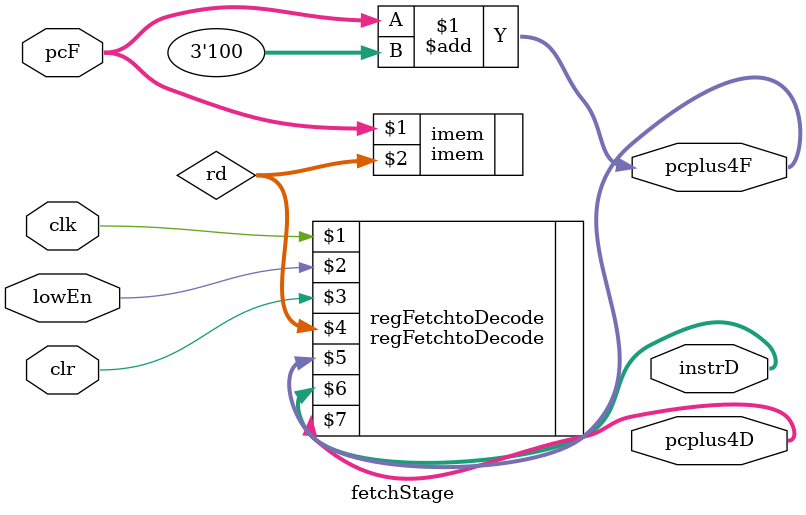
<source format=sv>
`timescale 1ns / 1ps


module fetchStage(
    input logic clk,
    input logic lowEn,
    input logic clr,
    input logic [31:0] pcF,
    output logic [31:0] pcplus4D,
    output logic [31:0] instrD,
    output logic [31:0] pcplus4F
    );
    logic [31:0] rd;
    imem imem(pcF, rd);
    regFetchtoDecode regFetchtoDecode(clk, lowEn, clr, rd, pcplus4F, instrD, pcplus4D );

    assign pcplus4F = pcF + 3'b100;
endmodule

</source>
